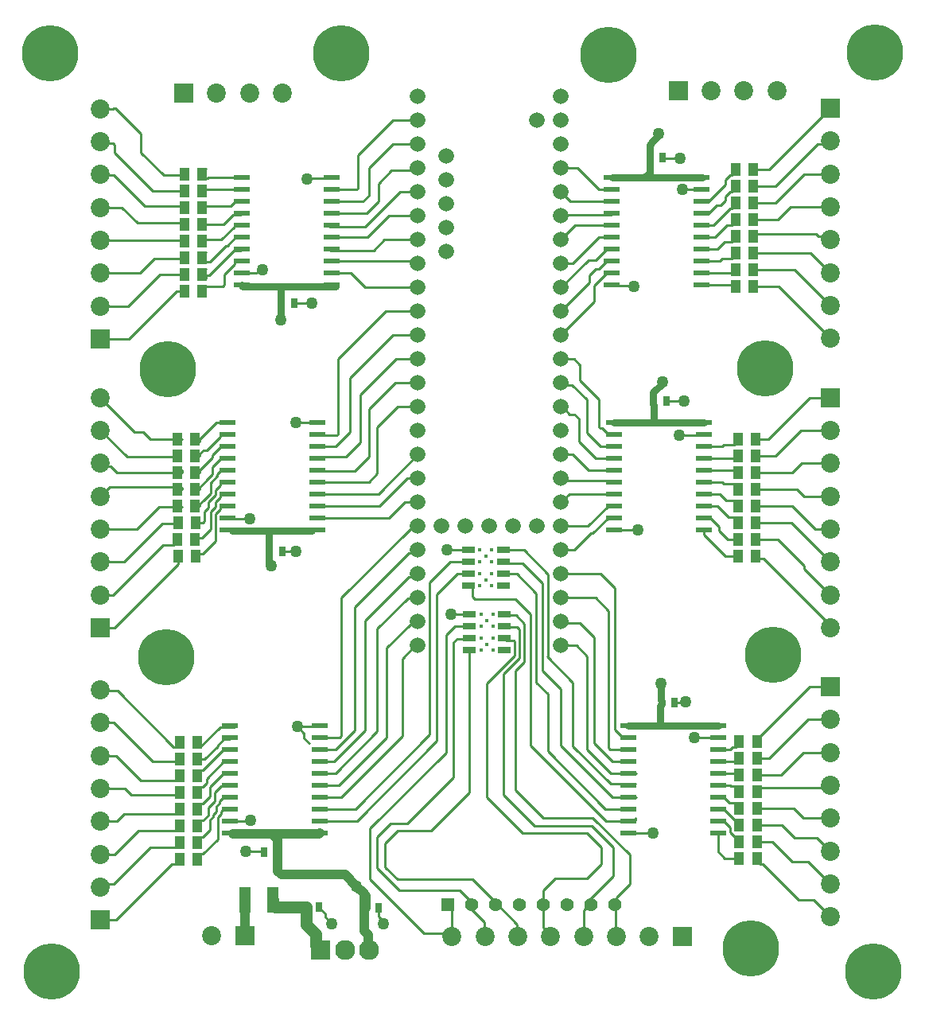
<source format=gtl>
G04*
G04 #@! TF.GenerationSoftware,Altium Limited,Altium Designer,23.4.1 (23)*
G04*
G04 Layer_Physical_Order=1*
G04 Layer_Color=255*
%FSLAX25Y25*%
%MOIN*%
G70*
G04*
G04 #@! TF.SameCoordinates,D3063454-9748-4D5F-95FB-788F291D17A3*
G04*
G04*
G04 #@! TF.FilePolarity,Positive*
G04*
G01*
G75*
%ADD14C,0.01000*%
%ADD15R,0.07100X0.02100*%
%ADD16R,0.03937X0.05709*%
%ADD17R,0.03071X0.03898*%
%ADD18R,0.05787X0.02913*%
%ADD19R,0.04646X0.11063*%
%ADD35C,0.04000*%
%ADD36C,0.03000*%
%ADD37C,0.05000*%
%ADD38R,0.07972X0.07972*%
%ADD39C,0.07972*%
%ADD40R,0.07972X0.07972*%
%ADD41R,0.05610X0.05610*%
%ADD42C,0.05610*%
%ADD43R,0.08386X0.08386*%
%ADD44C,0.08386*%
%ADD45C,0.06555*%
%ADD46C,0.01457*%
%ADD47C,0.23622*%
%ADD48C,0.05000*%
D14*
X300000Y136500D02*
X308780Y127720D01*
X258500Y146500D02*
X290000D01*
X300000Y136500D01*
X253414Y151586D02*
X258500Y146500D01*
X284500Y142000D02*
X289500Y137000D01*
X250000Y151178D02*
X259178Y142000D01*
X284500D01*
X338000Y166000D02*
X344000Y160000D01*
X296000Y181000D02*
X311000Y166000D01*
X338000D01*
X324500Y147000D02*
X338000D01*
X344000Y153000D01*
Y160000D01*
X319500Y142000D02*
X324500Y147000D01*
X319500Y136000D02*
Y142000D01*
X196872Y171128D02*
X197000Y171256D01*
X188328Y171128D02*
X196872D01*
X188200Y171000D02*
X188328Y171128D01*
X241491Y171000D02*
X275000Y204509D01*
X225800Y171000D02*
X241491D01*
X240849Y176000D02*
X272000Y207151D01*
X225800Y176000D02*
X240849D01*
X260500Y206500D02*
Y239000D01*
X235000Y181000D02*
X260500Y206500D01*
X225800Y181000D02*
X235000D01*
X254000Y206000D02*
Y243500D01*
X225800Y186000D02*
X234000D01*
X254000Y206000D01*
X250000Y208500D02*
Y251500D01*
X225800Y191000D02*
X232500D01*
X250000Y208500D01*
X245000Y209000D02*
Y255000D01*
X225800Y196000D02*
X232000D01*
X245000Y209000D01*
X240500D02*
Y260500D01*
X232500Y201000D02*
X240500Y209000D01*
X225800Y201000D02*
X232500D01*
X265937Y283437D02*
X267000Y284500D01*
X263437Y283437D02*
X265937D01*
X240500Y260500D02*
X263437Y283437D01*
X216750Y210750D02*
X225550D01*
X216500Y210500D02*
X216750Y210750D01*
X225550D02*
X225800Y211000D01*
X219422Y205657D02*
X221579Y203500D01*
X216500Y210500D02*
X219422Y207578D01*
Y205657D02*
Y207578D01*
X235000Y206586D02*
Y264500D01*
X227201Y206000D02*
X234414D01*
X235000Y206586D01*
X177039Y157354D02*
X183150Y163466D01*
Y172671D01*
X185700Y176000D02*
X188200D01*
X184575Y174096D02*
Y174875D01*
X180000Y167316D02*
Y171487D01*
X176209Y157354D02*
X177039D01*
X174740Y155000D02*
Y155886D01*
X183150Y172671D02*
X184575Y174096D01*
X180000Y171487D02*
X181150Y172637D01*
Y173500D02*
X182575Y174925D01*
Y177096D01*
X177039Y171354D02*
X179150Y173466D01*
X181150Y172637D02*
Y173500D01*
X179150Y173466D02*
Y176500D01*
X184575Y174875D02*
X185700Y176000D01*
X179150Y176500D02*
X182000Y179350D01*
X174740Y155886D02*
X176209Y157354D01*
X182575Y177096D02*
X184000Y178521D01*
Y179300D02*
X185700Y181000D01*
X188200D01*
X174740Y169000D02*
Y169886D01*
X176209Y171354D01*
X182000Y179350D02*
Y183000D01*
X184000Y178521D02*
Y179300D01*
X174740Y162886D02*
X176209Y164354D01*
X174740Y162000D02*
Y162886D01*
X176209Y164354D02*
X177039D01*
X180000Y167316D01*
X184500Y185500D02*
X187700D01*
X188200Y186000D01*
X182000Y183000D02*
X184500Y185500D01*
X176209Y171354D02*
X177039D01*
X185700Y191000D02*
X188200D01*
X180000Y185300D02*
X185700Y191000D01*
X180000Y181316D02*
Y185300D01*
X177039Y178354D02*
X180000Y181316D01*
X176209Y178354D02*
X177039D01*
X178500Y186816D02*
Y188800D01*
X174740Y176886D02*
X176209Y178354D01*
X174740Y176000D02*
Y176886D01*
X177039Y185354D02*
X178500Y186816D01*
X176209Y185354D02*
X177039D01*
X185700Y196000D02*
X188200D01*
X178500Y188800D02*
X185700Y196000D01*
X174740Y183886D02*
X176209Y185354D01*
X174740Y183000D02*
Y183886D01*
X175740Y188886D02*
Y191886D01*
X176209Y192354D02*
X177054D01*
X185700Y201000D01*
X175740Y191886D02*
X176209Y192354D01*
X185700Y201000D02*
X188200D01*
X175740Y195000D02*
Y196414D01*
X176209Y196883D02*
X177623D01*
X183150Y202410D01*
Y202671D02*
X185617Y205139D01*
X183150Y202410D02*
Y202671D01*
X175740Y196414D02*
X176209Y196883D01*
X185617Y205139D02*
X188379D01*
X189965Y210450D02*
X190515Y211000D01*
X184190Y210450D02*
X189965D01*
X175740Y202000D02*
X184190Y210450D01*
X246500Y323500D02*
Y343500D01*
X240500Y317500D02*
X246500Y323500D01*
X224139Y317500D02*
X240500D01*
X243000Y329500D02*
Y349500D01*
X237000Y323500D02*
X243000Y329500D01*
X223103Y323500D02*
X237000D01*
X216000Y338000D02*
X224800D01*
X196250Y297750D02*
X196500Y297500D01*
X187200Y298000D02*
X187450Y297750D01*
X196250D01*
X255000Y298000D02*
X261500Y304500D01*
X224800Y298000D02*
X255000D01*
X251000Y303000D02*
X262500Y314500D01*
X224800Y303000D02*
X251000D01*
X250500Y308000D02*
X267000Y324500D01*
X224800Y308000D02*
X250500D01*
X250000Y316500D02*
Y336000D01*
X224800Y313000D02*
X246500D01*
X250000Y316500D01*
X238500Y334000D02*
Y356500D01*
X232500Y328000D02*
X238500Y334000D01*
X224800Y328000D02*
X232500D01*
X233500Y333086D02*
Y364500D01*
X223948Y332500D02*
X232914D01*
X233500Y333086D01*
X174000Y282000D02*
X174883Y282883D01*
X176883D02*
X182150Y288150D01*
Y299671D01*
X174883Y282883D02*
X176883D01*
X173740Y289000D02*
X174363Y289623D01*
X180150Y293150D02*
Y300500D01*
X174363Y289623D02*
X176623D01*
X180150Y293150D01*
X177038Y296000D02*
X177624Y296586D01*
Y300802D01*
X174000Y296000D02*
X177038D01*
X180150Y308328D02*
Y312671D01*
X178150Y313500D02*
X181094Y316444D01*
X175740Y310886D02*
X178150Y313296D01*
Y313500D01*
X180150Y312671D02*
X183094Y315616D01*
X175740Y317886D02*
X181094Y323240D01*
Y324394D01*
X182736Y337996D02*
X187196D01*
X187200Y338000D01*
X175740Y331000D02*
X182736Y337996D01*
X165000Y282000D02*
X166520D01*
Y278520D02*
Y282000D01*
X139279Y265779D02*
X160158Y286658D01*
X134000Y265779D02*
X139279D01*
X160158Y286658D02*
X164791D01*
X166500Y288367D02*
Y289500D01*
X164791Y286658D02*
X166500Y288367D01*
X134000Y279559D02*
X144059D01*
X160000Y295500D02*
X167920D01*
X144059Y279559D02*
X160000Y295500D01*
X149339Y293339D02*
X158500Y302500D01*
X168428D01*
X137882Y311000D02*
X166867D01*
X134000Y307118D02*
X137882Y311000D01*
X141000Y317000D02*
X166646D01*
X138431Y319569D02*
X141000Y317000D01*
X145177Y323500D02*
X167394D01*
X134000Y334677D02*
X145177Y323500D01*
X155000Y331000D02*
X168440D01*
X152000Y334000D02*
X155000Y331000D01*
X182150Y299671D02*
X184150Y301671D01*
X184700Y303000D02*
X187200D01*
X184150Y301671D02*
Y302450D01*
X184700Y303000D01*
X180150Y300500D02*
X182150Y302500D01*
X179209Y302387D02*
Y304558D01*
X182150Y302500D02*
Y304671D01*
X177624Y300802D02*
X179209Y302387D01*
X184150Y307450D02*
X184700Y308000D01*
X182150Y304671D02*
X184150Y306671D01*
X177209Y305387D02*
X180150Y308328D01*
X177209Y305354D02*
Y305387D01*
X184150Y306671D02*
Y307450D01*
X179209Y304558D02*
X182150Y307500D01*
X184700Y308000D02*
X187200D01*
X182150Y307500D02*
Y309671D01*
X184700Y313000D02*
X187200D01*
X184150Y312450D02*
X184700Y313000D01*
X182150Y309671D02*
X184150Y311671D01*
Y312450D01*
X183094Y316394D02*
X184700Y318000D01*
X183094Y315616D02*
Y316394D01*
X175740Y303886D02*
X177209Y305354D01*
X175740Y303000D02*
Y303886D01*
X184700Y318000D02*
X187200D01*
X181094Y316444D02*
Y319394D01*
X175740Y310000D02*
Y310886D01*
X181094Y319394D02*
X184700Y323000D01*
X187200D01*
X181094Y324394D02*
X184700Y328000D01*
X175740Y317000D02*
Y317886D01*
X184700Y328000D02*
X187200D01*
X177209Y326354D02*
X178632D01*
X184150Y331873D01*
Y332450D01*
X184700Y333000D01*
X187200D01*
X175740Y324000D02*
Y324886D01*
X177209Y326354D01*
X210256Y284000D02*
X210339Y283916D01*
X215851D01*
X166791Y312118D02*
X168260Y310650D01*
Y310000D02*
Y310650D01*
X175740Y330114D02*
Y331000D01*
X166791Y319354D02*
X168260Y317886D01*
Y317000D02*
Y317886D01*
X148457Y334000D02*
X152000D01*
X140000Y252000D02*
X166520Y278520D01*
X177284Y414500D02*
X184709D01*
X190150Y419941D01*
X185500Y421000D02*
X189500Y425000D01*
X176639Y421000D02*
X185500D01*
X176493Y428500D02*
X188700D01*
X190700Y430500D01*
X176617Y435500D02*
X193200D01*
X179623Y399768D02*
X189804Y409950D01*
X192650D02*
X193200Y410500D01*
X189804Y409950D02*
X192650D01*
X178209Y398354D02*
Y399768D01*
X179623D01*
X186000Y395586D02*
Y400021D01*
X177284Y395000D02*
X185414D01*
X186000Y395586D01*
X146000Y373000D02*
X166000Y393000D01*
X169618D01*
X159000Y400000D02*
X170364D01*
X145780Y386779D02*
X159000Y400000D01*
X156560Y406500D02*
X169673D01*
X150619Y400559D02*
X156560Y406500D01*
X134000Y414339D02*
X169295D01*
X142882Y428118D02*
X149500Y421500D01*
X169562D01*
X152500Y428500D02*
X169590D01*
X139486Y441514D02*
X152500Y428500D01*
X140000Y451000D02*
X156000Y435000D01*
X169955D01*
X151000Y451000D02*
X160500Y441500D01*
X170079D01*
X193625Y400500D02*
X199418D01*
X200918Y402000D01*
X193375Y400250D02*
X193625Y400500D01*
X200918Y402000D02*
X202000D01*
X245000Y394500D02*
X267000D01*
X239000Y400500D02*
X245000Y394500D01*
X230800Y400500D02*
X239000D01*
X265967Y405533D02*
X267000Y404500D01*
X229894Y405533D02*
X265967D01*
X248500Y410000D02*
X253000Y414500D01*
X230323Y410000D02*
X248500D01*
X230409Y415500D02*
X246000D01*
X255000Y424500D01*
X245000Y420000D02*
X259500Y434500D01*
X230098Y420000D02*
X245000D01*
X229549Y425500D02*
X245500D01*
X250500Y430500D01*
X244000D02*
X246500Y433000D01*
X229662Y430500D02*
X244000D01*
X242000Y436086D02*
Y450000D01*
X241414Y435500D02*
X242000Y436086D01*
X230210Y435500D02*
X241414D01*
X230550Y440250D02*
X230800Y440500D01*
X220750Y440250D02*
X230550D01*
X220500Y440000D02*
X220750Y440250D01*
X186000Y400021D02*
X190150Y404171D01*
X191200Y406000D02*
X193378D01*
X190150Y404171D02*
Y404950D01*
X191200Y406000D01*
X176740Y400886D02*
X178209Y402354D01*
X176740Y400000D02*
Y400886D01*
X190700Y415500D02*
X193200D01*
X187200Y412000D02*
X190700Y415500D01*
X186500Y412000D02*
X187200D01*
X179854Y405354D02*
X186500Y412000D01*
X176740Y407000D02*
Y407886D01*
X178209Y409354D01*
Y405354D02*
X179854D01*
X190150Y419941D02*
Y419950D01*
X190700Y420500D01*
X193200D01*
X189500Y425000D02*
X192700D01*
X193200Y425500D01*
X190700Y430500D02*
X193200D01*
X178209Y440354D02*
X179095D01*
X179240Y440500D01*
X176740Y442000D02*
Y442886D01*
X179240Y440500D02*
X193460D01*
X176740Y442886D02*
X178209Y444354D01*
X350382Y136264D02*
Y138882D01*
X356000Y144500D01*
X350118Y122721D02*
Y136000D01*
X356000Y144500D02*
Y156858D01*
X350118Y136000D02*
X350382Y136264D01*
X338878Y136000D02*
X339500D01*
X336559Y122500D02*
Y133681D01*
X338878Y136000D01*
X319500Y126151D02*
X322779Y122871D01*
X319500Y126151D02*
Y136000D01*
X322779Y122500D02*
Y122871D01*
X296000Y181000D02*
Y228666D01*
X307756Y240422D01*
Y246244D01*
X307457Y246543D02*
X307756Y246244D01*
X304319Y246543D02*
X307457D01*
X303362Y247500D02*
X304319Y246543D01*
X308780Y122721D02*
Y127720D01*
Y122721D02*
X309000Y122500D01*
X288500Y135000D02*
X295000Y128500D01*
X289500Y136000D02*
Y137000D01*
X281441Y122500D02*
Y134059D01*
X279500Y136000D02*
X281441Y134059D01*
X247000Y146500D02*
X269500Y124000D01*
X280107Y123834D02*
X281441Y122500D01*
X277369Y124000D02*
X277535Y123834D01*
X269500Y124000D02*
X277369D01*
X247000Y146500D02*
Y167877D01*
X277535Y123834D02*
X280107D01*
X250000Y151178D02*
Y164283D01*
X253414Y151586D02*
Y161710D01*
X225756Y134587D02*
Y135000D01*
X228172Y130828D02*
Y132171D01*
X231000Y128000D02*
Y128000D01*
X225756Y134587D02*
X228172Y132171D01*
Y130828D02*
X231000Y128000D01*
X250756Y130826D02*
Y134500D01*
Y130826D02*
X252500Y129082D01*
Y128000D02*
Y129082D01*
X295000Y122721D02*
Y128500D01*
X350118Y122721D02*
X350339Y122500D01*
X295000Y122721D02*
X295220Y122500D01*
X247000Y167877D02*
X278831Y199707D01*
Y248831D01*
X282701Y252701D01*
X288810D01*
X289012Y252500D01*
X321500Y200191D02*
X345691Y176000D01*
X321500Y200191D02*
Y224180D01*
X316680Y229000D02*
X321500Y224180D01*
X314219Y202785D02*
X346005Y171000D01*
X314219Y202785D02*
Y257781D01*
X290043Y264957D02*
X291000Y264000D01*
X290043Y264957D02*
Y268543D01*
X291000Y264000D02*
X308000D01*
X289087Y269500D02*
X290043Y268543D01*
X289012Y269500D02*
X289087D01*
X288138Y284500D02*
X289012D01*
X279250Y284750D02*
X287888D01*
X288138Y284500D01*
X202366Y158378D02*
X202744Y158000D01*
X194912Y158378D02*
X202366D01*
X215256Y388000D02*
X222500D01*
X370037Y448719D02*
X377088D01*
X369756Y449000D02*
X370037Y448719D01*
X378000Y435500D02*
X386300D01*
X348950Y395250D02*
X357250D01*
X348700Y395500D02*
X348950Y395250D01*
X357250D02*
X357500Y395000D01*
X346200Y400500D02*
X348700D01*
X341000Y395300D02*
X346200Y400500D01*
X327000Y374500D02*
X341000Y388500D01*
Y395300D01*
X341725Y402225D02*
X342925D01*
X339000Y399500D02*
X341725Y402225D01*
X346200Y405500D02*
X348700D01*
X342925Y402225D02*
X346200Y405500D01*
X339000Y396500D02*
Y399500D01*
X327000Y384500D02*
X339000Y396500D01*
X341700Y406000D02*
X346200Y410500D01*
X338500Y406000D02*
X341700D01*
X346200Y410500D02*
X348700D01*
X327000Y394500D02*
X338500Y406000D01*
X327000Y404500D02*
X332000D01*
X343000Y415500D01*
X348700D01*
X333000Y420500D02*
X348700D01*
X327000Y414500D02*
X333000Y420500D01*
X327000Y424500D02*
X327500Y425000D01*
X348200D02*
X348700Y425500D01*
X327500Y425000D02*
X348200D01*
X331000Y430500D02*
X348700D01*
X327000Y434500D02*
X331000Y430500D01*
X327000Y444500D02*
X334000D01*
X343000Y435500D02*
X348700D01*
X334000Y444500D02*
X343000Y435500D01*
X398791Y441646D02*
X400260Y443114D01*
X396000Y439684D02*
X397961Y441646D01*
X400260Y443114D02*
Y444000D01*
X397961Y441646D02*
X398791D01*
X396000Y437700D02*
Y439684D01*
X386300Y430500D02*
X388800D01*
X396000Y437700D01*
X398791Y434646D02*
X400260Y436114D01*
X397961Y434646D02*
X398791D01*
X394000Y429000D02*
X395981Y430981D01*
X400260Y436114D02*
Y437000D01*
X395981Y432665D02*
X397961Y434646D01*
X395981Y430981D02*
Y432665D01*
X388800Y425500D02*
X392300Y429000D01*
X386300Y425500D02*
X388800D01*
X392300Y429000D02*
X394000D01*
X398791Y427646D02*
X400260Y429114D01*
X396000Y425684D02*
X397961Y427646D01*
X396000Y425500D02*
Y425684D01*
X400260Y429114D02*
Y430000D01*
X397961Y427646D02*
X398791D01*
X386300Y420500D02*
X391000D01*
X396000Y425500D01*
X398791Y420646D02*
X400260Y422114D01*
X396646Y420646D02*
X398791D01*
X391500Y415500D02*
X396646Y420646D01*
X400260Y422114D02*
Y423000D01*
X386300Y415500D02*
X391500D01*
X392498Y410500D02*
X395643Y413646D01*
X398791D01*
X400260Y415114D01*
X386300Y410500D02*
X392498D01*
X400260Y415114D02*
Y416000D01*
X393498Y405500D02*
X394643Y406646D01*
X398791D02*
X400260Y408114D01*
X386300Y405500D02*
X393498D01*
X394643Y406646D02*
X398791D01*
X400260Y408114D02*
Y409000D01*
X386300Y400500D02*
X398791D01*
X400260Y401968D01*
Y402000D01*
X399760Y395500D02*
X400260Y395000D01*
X386300Y395500D02*
X399760D01*
X359179Y292917D02*
X359262Y292834D01*
X349400Y293000D02*
X349483Y292917D01*
X359179D01*
X376750Y332750D02*
X386750D01*
X376500Y332500D02*
X376750Y332750D01*
X386750D02*
X387000Y333000D01*
X371256Y347000D02*
X371388Y347132D01*
X378750D01*
X332500Y364500D02*
X335000Y362000D01*
X327000Y364500D02*
X332500D01*
X335000Y355500D02*
Y362000D01*
Y355500D02*
X343000Y347500D01*
Y336086D02*
X343586Y335500D01*
X344400D01*
X343000Y336086D02*
Y347500D01*
X346900Y333000D02*
X349400D01*
X344400Y335500D02*
X346900Y333000D01*
X338000Y333500D02*
X343500Y328000D01*
X338000Y333500D02*
Y347500D01*
X343500Y328000D02*
X349400D01*
X331778Y353722D02*
X338000Y347500D01*
X327778Y353722D02*
X331778D01*
X327000Y354500D02*
X327778Y353722D01*
X327000Y344500D02*
X327694D01*
X330725Y341469D01*
X332531D01*
X334500Y339500D01*
Y330000D02*
Y339500D01*
Y330000D02*
X341500Y323000D01*
X349400D01*
X327000Y324500D02*
X332000D01*
X338500Y318000D02*
X349400D01*
X332000Y324500D02*
X338500Y318000D01*
X348850Y313550D02*
X349400Y313000D01*
X327950Y313550D02*
X348850D01*
X327000Y314500D02*
X327950Y313550D01*
X327000Y304500D02*
X330500Y308000D01*
X349400D01*
X346900Y303000D02*
X349400D01*
X327000Y294500D02*
X338400D01*
X346900Y303000D01*
Y298000D02*
X349400D01*
X340400Y291500D02*
X346900Y298000D01*
X339500Y291500D02*
X340400D01*
X327000Y284500D02*
X332500D01*
X339500Y291500D01*
X394598Y328000D02*
X395244Y328646D01*
X399791D01*
X401260Y330114D01*
X387000Y328000D02*
X394598D01*
X401260Y330114D02*
Y331000D01*
X400260Y323000D02*
X401260Y324000D01*
X387000Y323000D02*
X400260D01*
X387000Y318000D02*
X400260D01*
X401260Y317000D01*
X394598Y313000D02*
X395244Y312354D01*
X387000Y313000D02*
X394598D01*
X395244Y312354D02*
X399791D01*
X401260Y310886D01*
Y310000D02*
Y310886D01*
X399791Y305354D02*
X401260Y303886D01*
Y303000D02*
Y303886D01*
X387000Y308000D02*
X393598D01*
X396244Y305354D01*
X399791D01*
X392598Y303000D02*
X397243Y298354D01*
X399791D01*
X401260Y296886D01*
X387000Y303000D02*
X392598D01*
X401260Y296000D02*
Y296886D01*
X387000Y298000D02*
X389500D01*
X393276Y292724D02*
Y294224D01*
X389500Y298000D02*
X393276Y294224D01*
Y292724D02*
X397000Y289000D01*
X401260D01*
X383000Y206000D02*
X392800D01*
X397850Y201000D02*
X398824Y201974D01*
X400299D01*
X401768Y203442D01*
Y204328D01*
X392800Y201000D02*
X397850D01*
X400440Y196000D02*
X401768Y197328D01*
X392800Y196000D02*
X400440D01*
X401096Y191000D02*
X401768Y190328D01*
X392800Y191000D02*
X401096D01*
X392800Y186000D02*
X397916D01*
X398234Y185682D01*
X400299D01*
X401768Y184214D01*
Y183328D02*
Y184214D01*
X397618Y178682D02*
X400299D01*
X401768Y177214D01*
X392800Y181000D02*
X395300D01*
X397618Y178682D01*
X401768Y176328D02*
Y177214D01*
X395300Y176000D02*
X397660Y173640D01*
X392800Y176000D02*
X395300D01*
X397660Y173492D02*
Y173640D01*
Y173492D02*
X399469Y171682D01*
X400299D01*
X401768Y170214D01*
Y169328D02*
Y170214D01*
X400299Y164682D02*
X401768Y163214D01*
X399469Y164682D02*
X400299D01*
X401768Y162328D02*
Y163214D01*
X397850Y166302D02*
X399469Y164682D01*
X397850Y166302D02*
Y168450D01*
X395300Y171000D02*
X397850Y168450D01*
X392800Y171000D02*
X395300D01*
X392800Y158200D02*
Y166000D01*
Y158200D02*
X395672Y155328D01*
X401768D01*
X355200Y171000D02*
X357843D01*
X346005D02*
X355200D01*
X358250Y171950D02*
X358441Y172141D01*
X358250Y171407D02*
Y171950D01*
X355200Y166000D02*
X365500D01*
X288638Y257500D02*
X289012D01*
X281000D02*
X288638D01*
X357843Y171000D02*
X358250Y171407D01*
X355200Y176430D02*
X357500D01*
X345691Y176000D02*
X355200D01*
Y181000D02*
X358759D01*
X326960Y202540D02*
X348500Y181000D01*
X326960Y202540D02*
Y226238D01*
X348500Y181000D02*
X355200D01*
X332063Y202437D02*
Y229134D01*
X348000Y186500D02*
X358359D01*
X332063Y202437D02*
X348000Y186500D01*
X355200Y191000D02*
X358678D01*
X338000Y201000D02*
Y240000D01*
X348000Y191000D02*
X355200D01*
X338000Y201000D02*
X348000Y191000D01*
X348500Y196000D02*
X356384D01*
X341000Y203500D02*
Y248000D01*
Y203500D02*
X348500Y196000D01*
X347586Y201000D02*
X357915D01*
X347000Y201586D02*
Y259000D01*
Y201586D02*
X347586Y201000D01*
X341500Y264500D02*
X347000Y259000D01*
X349500Y209393D02*
Y268500D01*
Y209393D02*
X352150Y206743D01*
Y206550D02*
X352700Y206000D01*
X352150Y206550D02*
Y206743D01*
X352700Y206000D02*
X355200D01*
X343500Y274500D02*
X349500Y268500D01*
X262500Y314500D02*
X267000D01*
X261500Y304500D02*
X267000D01*
X235000Y264500D02*
X263937Y293437D01*
X265937D01*
X267000Y294500D01*
X245000Y255000D02*
X263437Y273437D01*
X265937D02*
X267000Y274500D01*
X263437Y273437D02*
X265937D01*
X250000Y251500D02*
X262808Y264308D01*
X266808D02*
X267000Y264500D01*
X262808Y264308D02*
X266808D01*
X254000Y243500D02*
X263937Y253437D01*
X265937D01*
X267000Y254500D01*
X260500Y239000D02*
X266000Y244500D01*
X267000D01*
X258500Y344500D02*
X267000D01*
X250000Y336000D02*
X258500Y344500D01*
X246500Y343500D02*
X257500Y354500D01*
X267000D01*
X243000Y349500D02*
X258000Y364500D01*
X238500Y356500D02*
X256500Y374500D01*
X267000D01*
X258000Y364500D02*
X267000D01*
X233500D02*
X253500Y384500D01*
X267000D01*
X253000Y414500D02*
X267000D01*
X255000Y424500D02*
X267000D01*
X259500Y434500D02*
X267000D01*
X266000Y443500D02*
X267000Y444500D01*
X250500Y438000D02*
X256000Y443500D01*
X266000D01*
X250500Y430500D02*
Y438000D01*
X246500Y444500D02*
X256500Y454500D01*
X267000D01*
X246500Y433000D02*
Y444500D01*
X256500Y464500D02*
X267000D01*
X242000Y450000D02*
X256500Y464500D01*
X387000Y291000D02*
Y293000D01*
X396000Y282000D02*
X401260D01*
X387000Y291000D02*
X396000Y282000D01*
X308244Y257280D02*
X311756Y253768D01*
X303000Y232500D02*
X309756Y239256D01*
Y251197D01*
X308000Y234000D02*
X311756Y237756D01*
Y253768D01*
X308484Y252469D02*
X309756Y251197D01*
X308000Y264000D02*
X314219Y257781D01*
X303000Y182000D02*
Y232500D01*
X378885Y220885D02*
X379338D01*
X378500Y220500D02*
X378885Y220885D01*
X374756Y220500D02*
X378500D01*
X255717Y170000D02*
X262654D01*
X282094Y189440D02*
Y246094D01*
X262654Y170000D02*
X282094Y189440D01*
X272767Y167000D02*
X288789Y183022D01*
X258704Y167000D02*
X272767D01*
X288789Y183022D02*
Y242278D01*
X282094Y246094D02*
X283464Y247463D01*
X250000Y164283D02*
X255717Y170000D01*
X275000Y204509D02*
Y266000D01*
X272000Y207151D02*
Y271000D01*
X275000Y266000D02*
X283500Y274500D01*
X253414Y161710D02*
X258704Y167000D01*
X308000Y184000D02*
Y234000D01*
X340423Y172436D02*
X356000Y156858D01*
X319564Y172436D02*
X340423D01*
X308000Y184000D02*
X319564Y172436D01*
X339946Y168946D02*
X349000Y159893D01*
X303000Y182000D02*
X316054Y168946D01*
X339946D01*
X316680Y229000D02*
Y266320D01*
X319197Y234000D02*
Y270803D01*
Y234000D02*
X326960Y226238D01*
X321657Y239540D02*
Y274342D01*
Y239540D02*
X332063Y229134D01*
X321197Y240000D02*
X321657Y239540D01*
X349000Y148000D02*
Y159893D01*
X288789Y242278D02*
X289012Y242500D01*
X283464Y247463D02*
X288975D01*
X303019Y252469D02*
X308484D01*
X302988Y257500D02*
X303208Y257280D01*
X308244D01*
X333500Y244500D02*
X338000Y240000D01*
X327000Y244500D02*
X333500D01*
X327000Y264500D02*
X341500D01*
X327000Y274500D02*
X343500D01*
X308500D02*
X316680Y266320D01*
X311000Y279000D02*
X319197Y270803D01*
X311500Y284500D02*
X321657Y274342D01*
X272000Y271000D02*
X280500Y279500D01*
X338049Y136597D02*
Y137049D01*
X349000Y148000D01*
X302988Y274500D02*
X308500D01*
X303488Y279000D02*
X311000D01*
X302988Y279500D02*
X303488Y279000D01*
X302988Y284500D02*
X311500D01*
X283500Y274500D02*
X289012D01*
X280500Y279500D02*
X289012D01*
X432882Y138000D02*
X440000Y130882D01*
X410717Y152974D02*
X411602D01*
X409248Y154442D02*
Y155328D01*
Y154442D02*
X410717Y152974D01*
X411602D02*
X426576Y138000D01*
X432882D01*
X430661Y154000D02*
X440000Y144661D01*
X424000Y154000D02*
X430661D01*
X409248Y162328D02*
X415672D01*
X424000Y154000D01*
X434441Y164000D02*
X440000Y158441D01*
X425000Y164000D02*
X434441D01*
X419672Y169328D02*
X425000Y164000D01*
X409248Y169328D02*
X419672D01*
X428780Y172221D02*
X440000D01*
X424672Y176328D02*
X428780Y172221D01*
X409248Y176328D02*
X424672D01*
X409248Y183328D02*
Y183531D01*
X410717Y185000D01*
X439000D02*
X440000Y186000D01*
X410717Y185000D02*
X439000D01*
X419328Y190328D02*
X428780Y199779D01*
X440000D01*
X409248Y190328D02*
X419328D01*
X430559Y213559D02*
X440000D01*
X414328Y197328D02*
X430559Y213559D01*
X409248Y197328D02*
X414328D01*
X409248Y205214D02*
X431373Y227339D01*
X440000D01*
X409248Y204328D02*
Y205214D01*
X411886Y281114D02*
X440000Y253000D01*
X409626Y281114D02*
X411886D01*
X440000Y252000D02*
Y253000D01*
X408740Y282000D02*
X409626Y281114D01*
X408740Y289000D02*
X418000D01*
X429000Y278000D01*
Y276780D02*
X440000Y265779D01*
X429000Y276780D02*
Y278000D01*
X408740Y296000D02*
X423559D01*
X440000Y279559D01*
X408740Y303000D02*
X424000D01*
X433661Y293339D01*
X440000D01*
X408740Y310000D02*
X426000D01*
X428882Y307118D01*
X440000D01*
X408740Y317000D02*
X424000D01*
X427898Y320898D01*
X440000D01*
X408740Y324000D02*
X417000D01*
X427677Y334677D01*
X440000D01*
X408740Y331000D02*
X414000D01*
X431457Y348457D02*
X440000D01*
X414000Y331000D02*
X431457Y348457D01*
X407740Y395000D02*
X418221D01*
X440000Y373220D01*
X407740Y402000D02*
X425000D01*
X440000Y387000D01*
X407740Y409000D02*
X431779D01*
X440000Y400779D01*
X408740Y417000D02*
X434000D01*
X407740Y416000D02*
X408740Y417000D01*
X434000D02*
X435107Y415893D01*
X438666D02*
X440000Y414559D01*
X435107Y415893D02*
X438666D01*
X407740Y423000D02*
X418000D01*
X423339Y428339D02*
X440000D01*
X418000Y423000D02*
X423339Y428339D01*
X407740Y430000D02*
X417000D01*
X429118Y442118D01*
X440000D01*
X417000Y437000D02*
X434563Y454564D01*
X407740Y437000D02*
X417000D01*
X434563Y454564D02*
X438666D01*
X440000Y455898D01*
X414323Y444000D02*
X440000Y469677D01*
X407740Y444000D02*
X414323D01*
X134000Y129543D02*
X140543D01*
X164000Y153000D02*
X168260D01*
X140543Y129543D02*
X164000Y153000D01*
X155000Y160000D02*
X168260D01*
X139486Y144486D02*
X155000Y160000D01*
X134000Y143323D02*
X135163Y144486D01*
X139486D01*
X140102Y157102D02*
X150000Y167000D01*
X168260D01*
X134000Y157102D02*
X140102D01*
X144000Y174000D02*
X168260D01*
X134000Y170882D02*
X140882D01*
X144000Y174000D01*
X167260Y182000D02*
X168260Y181000D01*
X147000Y182000D02*
X167260D01*
X144339Y184661D02*
X147000Y182000D01*
X134000Y184661D02*
X144339D01*
X151000Y188000D02*
X168260D01*
X140559Y198441D02*
X151000Y188000D01*
X134000Y198441D02*
X140559D01*
X167374Y195886D02*
X168260Y195000D01*
X139779Y212221D02*
X156114Y195886D01*
X167374D01*
X134000Y212221D02*
X139779D01*
X141278Y225514D02*
X164791Y202000D01*
X168260D01*
X134486Y225514D02*
X141278D01*
X134000Y226000D02*
X134486Y225514D01*
X134000Y252000D02*
X140000D01*
X134000Y293339D02*
X149339D01*
X135328Y319569D02*
X138431D01*
X134000Y320898D02*
X135328Y319569D01*
X134000Y348457D02*
X148457Y334000D01*
X134000Y373000D02*
X146000D01*
X134000Y386779D02*
X145780D01*
X134000Y400559D02*
X150619D01*
X134000Y428118D02*
X142882D01*
X134384Y441514D02*
X139486D01*
X134000Y441898D02*
X134384Y441514D01*
X140000Y451000D02*
Y454414D01*
X134000Y455677D02*
X134677Y455000D01*
X139414D01*
X140000Y454414D01*
X151000Y451000D02*
Y459000D01*
X139586Y469586D02*
X140414D01*
X151000Y459000D01*
X134000Y469457D02*
X139457D01*
X139586Y469586D01*
X327000Y254500D02*
X327500Y254000D01*
X335000D01*
X341000Y248000D01*
D15*
X188200Y166000D02*
D03*
Y171000D02*
D03*
Y176000D02*
D03*
Y181000D02*
D03*
Y186000D02*
D03*
Y191000D02*
D03*
Y196000D02*
D03*
Y201000D02*
D03*
Y206000D02*
D03*
Y211000D02*
D03*
X225800D02*
D03*
Y206000D02*
D03*
Y201000D02*
D03*
Y196000D02*
D03*
Y191000D02*
D03*
Y186000D02*
D03*
Y181000D02*
D03*
Y176000D02*
D03*
Y171000D02*
D03*
Y166000D02*
D03*
X187200Y293000D02*
D03*
Y298000D02*
D03*
Y303000D02*
D03*
Y308000D02*
D03*
Y313000D02*
D03*
Y318000D02*
D03*
Y323000D02*
D03*
Y328000D02*
D03*
Y333000D02*
D03*
Y338000D02*
D03*
X224800D02*
D03*
Y333000D02*
D03*
Y328000D02*
D03*
Y323000D02*
D03*
Y318000D02*
D03*
Y313000D02*
D03*
Y308000D02*
D03*
Y303000D02*
D03*
Y298000D02*
D03*
Y293000D02*
D03*
X193200Y395500D02*
D03*
Y400500D02*
D03*
Y405500D02*
D03*
Y410500D02*
D03*
Y415500D02*
D03*
Y420500D02*
D03*
Y425500D02*
D03*
Y430500D02*
D03*
Y435500D02*
D03*
Y440500D02*
D03*
X230800D02*
D03*
Y435500D02*
D03*
Y430500D02*
D03*
Y425500D02*
D03*
Y420500D02*
D03*
Y415500D02*
D03*
Y410500D02*
D03*
Y405500D02*
D03*
Y400500D02*
D03*
Y395500D02*
D03*
X355200Y211000D02*
D03*
Y206000D02*
D03*
Y201000D02*
D03*
Y196000D02*
D03*
Y191000D02*
D03*
Y186000D02*
D03*
Y181000D02*
D03*
Y176000D02*
D03*
Y171000D02*
D03*
Y166000D02*
D03*
X392800D02*
D03*
Y171000D02*
D03*
Y176000D02*
D03*
Y181000D02*
D03*
Y186000D02*
D03*
Y191000D02*
D03*
Y196000D02*
D03*
Y201000D02*
D03*
Y206000D02*
D03*
Y211000D02*
D03*
X348400Y440500D02*
D03*
Y435500D02*
D03*
Y430500D02*
D03*
Y425500D02*
D03*
Y420500D02*
D03*
Y415500D02*
D03*
Y410500D02*
D03*
Y405500D02*
D03*
Y400500D02*
D03*
Y395500D02*
D03*
X386000D02*
D03*
Y400500D02*
D03*
Y405500D02*
D03*
Y410500D02*
D03*
Y415500D02*
D03*
Y420500D02*
D03*
Y425500D02*
D03*
Y430500D02*
D03*
Y435500D02*
D03*
Y440500D02*
D03*
X349400Y338000D02*
D03*
Y333000D02*
D03*
Y328000D02*
D03*
Y323000D02*
D03*
Y318000D02*
D03*
Y313000D02*
D03*
Y308000D02*
D03*
Y303000D02*
D03*
Y298000D02*
D03*
Y293000D02*
D03*
X387000D02*
D03*
Y298000D02*
D03*
Y303000D02*
D03*
Y308000D02*
D03*
Y313000D02*
D03*
Y318000D02*
D03*
Y323000D02*
D03*
Y328000D02*
D03*
Y333000D02*
D03*
Y338000D02*
D03*
D16*
X166520Y296000D02*
D03*
X174000D02*
D03*
X166260Y303000D02*
D03*
X173740D02*
D03*
X166260Y310000D02*
D03*
X173740D02*
D03*
X166260Y331000D02*
D03*
X173740D02*
D03*
X166260Y289000D02*
D03*
X173740D02*
D03*
X166260Y324000D02*
D03*
X173740D02*
D03*
X166260Y317000D02*
D03*
X173740D02*
D03*
X166520Y282000D02*
D03*
X174000D02*
D03*
X169260Y435000D02*
D03*
X176740D02*
D03*
X169260Y393000D02*
D03*
X176740D02*
D03*
X169260Y400000D02*
D03*
X176740D02*
D03*
X169260Y407000D02*
D03*
X176740D02*
D03*
X169260Y414000D02*
D03*
X176740D02*
D03*
X169260Y428000D02*
D03*
X176740D02*
D03*
X169260Y421000D02*
D03*
X176740D02*
D03*
X169260Y442000D02*
D03*
X176740D02*
D03*
X400260Y430000D02*
D03*
X407740D02*
D03*
Y423000D02*
D03*
X400260D02*
D03*
X407740Y416000D02*
D03*
X400260D02*
D03*
X407740Y402000D02*
D03*
X400260D02*
D03*
X407740Y409000D02*
D03*
X400260D02*
D03*
X407740Y437000D02*
D03*
X400260D02*
D03*
X407740Y444000D02*
D03*
X400260D02*
D03*
X409248Y155328D02*
D03*
X401768D02*
D03*
X409248Y162328D02*
D03*
X401768D02*
D03*
X409248Y197328D02*
D03*
X401768D02*
D03*
X409248Y204328D02*
D03*
X401768D02*
D03*
X409248Y183328D02*
D03*
X401768D02*
D03*
X409248Y190328D02*
D03*
X401768D02*
D03*
X409248Y169328D02*
D03*
X401768D02*
D03*
X409248Y176328D02*
D03*
X401768D02*
D03*
X408740Y296000D02*
D03*
X401260D02*
D03*
X408740Y317000D02*
D03*
X401260D02*
D03*
X408740Y303000D02*
D03*
X401260D02*
D03*
X408740Y310000D02*
D03*
X401260D02*
D03*
X408740Y289000D02*
D03*
X401260D02*
D03*
X408740Y282000D02*
D03*
X401260D02*
D03*
X408740Y331000D02*
D03*
X401260D02*
D03*
X408740Y324000D02*
D03*
X401260D02*
D03*
X407740Y395000D02*
D03*
X400260D02*
D03*
X174740Y155000D02*
D03*
X167260D02*
D03*
X174740Y162000D02*
D03*
X167260D02*
D03*
X174740Y169000D02*
D03*
X167260D02*
D03*
X174740Y176000D02*
D03*
X167260D02*
D03*
X174740Y183000D02*
D03*
X167260D02*
D03*
X174740Y190000D02*
D03*
X167260D02*
D03*
X174740Y197000D02*
D03*
X167260D02*
D03*
X174740Y204000D02*
D03*
X167260D02*
D03*
D17*
X210256Y284000D02*
D03*
X204744D02*
D03*
X220244Y135000D02*
D03*
X225756D02*
D03*
X245244Y134500D02*
D03*
X250756D02*
D03*
X364244Y449000D02*
D03*
X369756D02*
D03*
X369244Y220500D02*
D03*
X374756D02*
D03*
X365744Y347000D02*
D03*
X371256D02*
D03*
X209744Y388000D02*
D03*
X215256D02*
D03*
X208256Y158000D02*
D03*
X202744D02*
D03*
D18*
X288138Y269500D02*
D03*
X302862D02*
D03*
X288138Y274500D02*
D03*
X302862D02*
D03*
X288138Y279500D02*
D03*
X302862D02*
D03*
X288138Y284500D02*
D03*
X302862D02*
D03*
X288638Y242500D02*
D03*
X303362D02*
D03*
X288638Y247500D02*
D03*
X303362D02*
D03*
X288638Y252500D02*
D03*
X303362D02*
D03*
X288638Y257500D02*
D03*
X303362D02*
D03*
D19*
X194653Y138000D02*
D03*
X206347D02*
D03*
D35*
X244500Y124899D02*
Y140500D01*
X241244Y143756D02*
X244500Y140500D01*
Y124899D02*
X246242Y123157D01*
X245244Y134500D02*
Y139485D01*
X246242Y117258D02*
Y123157D01*
X205913Y165756D02*
X225556D01*
X225800Y166000D01*
X205913Y165756D02*
X208256Y163413D01*
Y150500D02*
Y163413D01*
X189750Y165756D02*
X205913D01*
X246242Y117258D02*
X246500Y117000D01*
X194577Y123077D02*
Y137923D01*
X209842Y148500D02*
X236500D01*
X208291Y150051D02*
X209842Y148500D01*
X236500D02*
X241244Y143756D01*
D36*
X204709Y283965D02*
Y292500D01*
X208500Y395000D02*
X232680D01*
X204709Y292500D02*
X221185D01*
X190815D02*
X204709D01*
X221235Y292550D02*
X222750D01*
X190765D02*
X190815Y292500D01*
X189250Y292550D02*
X190765D01*
X221185Y292500D02*
X221235Y292550D01*
X204744Y284000D02*
X204780Y283965D01*
X205500Y278000D02*
Y278541D01*
X204780Y279262D02*
X205500Y278541D01*
X204780Y279262D02*
Y283965D01*
X193200Y395500D02*
X193650Y395050D01*
X196765D02*
X196815Y395000D01*
X193650Y395050D02*
X196765D01*
X196815Y395000D02*
X208500D01*
X209709Y388035D02*
Y393791D01*
X208500Y395000D02*
X209709Y393791D01*
Y388035D02*
X209744Y388000D01*
Y383256D02*
Y388000D01*
X386000Y440500D02*
X386300D01*
X362000D02*
X386000D01*
X366000Y338000D02*
X387000D01*
X349400D02*
X366000D01*
X367500Y211000D02*
X392800D01*
X355200D02*
X367500D01*
X209560Y383440D02*
X209744Y383256D01*
X209560Y381030D02*
Y383440D01*
X365779Y345602D02*
X366000Y345381D01*
Y338000D02*
Y345381D01*
X365744Y346587D02*
X365779Y346551D01*
Y345602D02*
Y346551D01*
X365744Y346587D02*
Y347000D01*
X194500Y123000D02*
X194577Y123077D01*
Y137923D02*
X194653Y138000D01*
X348700Y440500D02*
X362000D01*
X364244Y442744D01*
Y449000D01*
X364280Y449035D02*
Y454280D01*
X364244Y449000D02*
X364280Y449035D01*
Y454280D02*
X365000Y455000D01*
Y455459D02*
X368000Y458459D01*
X365000Y455000D02*
Y455459D01*
X368000Y458459D02*
Y459000D01*
X365779Y347035D02*
Y350738D01*
X369500Y354459D01*
X365744Y347000D02*
X365779Y347035D01*
X369500Y354459D02*
Y355000D01*
X368500Y212000D02*
Y219342D01*
X367500Y211000D02*
X368500Y212000D01*
X369209Y220465D02*
X369244Y220500D01*
X369209Y220051D02*
Y220465D01*
X368500Y219342D02*
X369209Y220051D01*
Y220535D02*
Y221291D01*
X369000Y221500D02*
X369209Y221291D01*
Y220535D02*
X369244Y220500D01*
X369000Y221500D02*
Y228500D01*
D37*
X220244Y127756D02*
X224336Y123664D01*
X220244Y127756D02*
Y135000D01*
X224336Y119086D02*
X226421Y117000D01*
X224336Y119086D02*
Y123664D01*
X207169Y135000D02*
X220244D01*
X206347Y135823D02*
X207169Y135000D01*
X206347Y135823D02*
Y138000D01*
D38*
X168941Y476000D02*
D03*
X376220Y477000D02*
D03*
X194500Y123000D02*
D03*
X377898Y122500D02*
D03*
D39*
X182720Y476000D02*
D03*
X196500D02*
D03*
X210279D02*
D03*
X390000Y477000D02*
D03*
X403780D02*
D03*
X417559D02*
D03*
X134000Y348457D02*
D03*
Y334677D02*
D03*
Y320898D02*
D03*
Y307118D02*
D03*
Y293339D02*
D03*
Y279559D02*
D03*
Y265779D02*
D03*
X180720Y123000D02*
D03*
X364118Y122500D02*
D03*
X350339D02*
D03*
X336559D02*
D03*
X322779D02*
D03*
X309000D02*
D03*
X295220D02*
D03*
X281441D02*
D03*
X440000Y455898D02*
D03*
Y442118D02*
D03*
Y428339D02*
D03*
Y414559D02*
D03*
Y400779D02*
D03*
Y387000D02*
D03*
Y373220D02*
D03*
X134000Y386779D02*
D03*
Y400559D02*
D03*
Y414339D02*
D03*
Y428118D02*
D03*
Y441898D02*
D03*
Y455677D02*
D03*
Y469457D02*
D03*
Y143323D02*
D03*
Y157102D02*
D03*
Y170882D02*
D03*
Y184661D02*
D03*
Y198441D02*
D03*
Y212221D02*
D03*
Y226000D02*
D03*
X440000Y334677D02*
D03*
Y320898D02*
D03*
Y307118D02*
D03*
Y293339D02*
D03*
Y279559D02*
D03*
Y265779D02*
D03*
Y252000D02*
D03*
Y213559D02*
D03*
Y199779D02*
D03*
Y186000D02*
D03*
Y172221D02*
D03*
Y158441D02*
D03*
Y144661D02*
D03*
Y130882D02*
D03*
D40*
X134000Y252000D02*
D03*
X440000Y469677D02*
D03*
X134000Y373000D02*
D03*
Y129543D02*
D03*
X440000Y348457D02*
D03*
Y227339D02*
D03*
D41*
X279500Y136000D02*
D03*
D42*
X289500D02*
D03*
X299500D02*
D03*
X309500D02*
D03*
X319500D02*
D03*
X329500D02*
D03*
X339500D02*
D03*
X349500D02*
D03*
D43*
X226421Y117000D02*
D03*
D44*
X236461D02*
D03*
X246500D02*
D03*
D45*
X267000Y454500D02*
D03*
Y444500D02*
D03*
Y434500D02*
D03*
Y424500D02*
D03*
Y414500D02*
D03*
Y404500D02*
D03*
Y394500D02*
D03*
Y384500D02*
D03*
Y374500D02*
D03*
Y364500D02*
D03*
Y354500D02*
D03*
Y344500D02*
D03*
X327000D02*
D03*
Y354500D02*
D03*
Y364500D02*
D03*
Y374500D02*
D03*
Y384500D02*
D03*
Y394500D02*
D03*
Y404500D02*
D03*
Y414500D02*
D03*
Y424500D02*
D03*
Y434500D02*
D03*
Y444500D02*
D03*
X267000Y324500D02*
D03*
Y314500D02*
D03*
Y304500D02*
D03*
Y294500D02*
D03*
Y284500D02*
D03*
Y274500D02*
D03*
Y264500D02*
D03*
Y254500D02*
D03*
Y244500D02*
D03*
X327000D02*
D03*
Y254500D02*
D03*
Y264500D02*
D03*
Y274500D02*
D03*
Y284500D02*
D03*
Y294500D02*
D03*
Y304500D02*
D03*
Y314500D02*
D03*
Y324500D02*
D03*
X267000Y334500D02*
D03*
X277000Y294500D02*
D03*
X287000D02*
D03*
X297000D02*
D03*
X307000D02*
D03*
X317000D02*
D03*
X279008Y409500D02*
D03*
Y419500D02*
D03*
Y429500D02*
D03*
Y439500D02*
D03*
Y449500D02*
D03*
X327000Y454500D02*
D03*
Y474500D02*
D03*
X267000Y464500D02*
D03*
X317000D02*
D03*
X327000Y334500D02*
D03*
Y464500D02*
D03*
X267000Y474500D02*
D03*
D46*
X293000Y269500D02*
D03*
X298000D02*
D03*
X293000Y274500D02*
D03*
X298000D02*
D03*
X293000Y279500D02*
D03*
X298000D02*
D03*
X293000Y284500D02*
D03*
X298000D02*
D03*
X295500Y272020D02*
D03*
Y281980D02*
D03*
X293500Y242500D02*
D03*
X298500D02*
D03*
X293500Y247500D02*
D03*
X298500D02*
D03*
X293500Y252500D02*
D03*
X298500D02*
D03*
X293500Y257500D02*
D03*
X298500D02*
D03*
X296000Y245020D02*
D03*
Y254980D02*
D03*
D47*
X235000Y492500D02*
D03*
X347000Y492000D02*
D03*
X406500Y117500D02*
D03*
X416000Y240500D02*
D03*
X412500Y360500D02*
D03*
X458500Y493000D02*
D03*
X458000Y108000D02*
D03*
X113500D02*
D03*
X161500Y239500D02*
D03*
X162225Y360452D02*
D03*
X113000Y492500D02*
D03*
D48*
X279250Y284750D02*
D03*
X197000Y171256D02*
D03*
X216500Y210500D02*
D03*
X216000Y338000D02*
D03*
X196500Y297500D02*
D03*
X205500Y278000D02*
D03*
X215851Y283916D02*
D03*
X202000Y402000D02*
D03*
X220500Y440000D02*
D03*
X231000Y128000D02*
D03*
X252500D02*
D03*
X194912Y158378D02*
D03*
X209560Y381030D02*
D03*
X377088Y448719D02*
D03*
X378000Y435500D02*
D03*
X357500Y395000D02*
D03*
X368000Y459000D02*
D03*
X359262Y292834D02*
D03*
X376500Y332500D02*
D03*
X378750Y347132D02*
D03*
X369500Y355000D02*
D03*
X383000Y206000D02*
D03*
X365500Y166000D02*
D03*
X281000Y257500D02*
D03*
X379338Y220885D02*
D03*
X222500Y388000D02*
D03*
X369000Y228500D02*
D03*
X241244Y143756D02*
D03*
M02*

</source>
